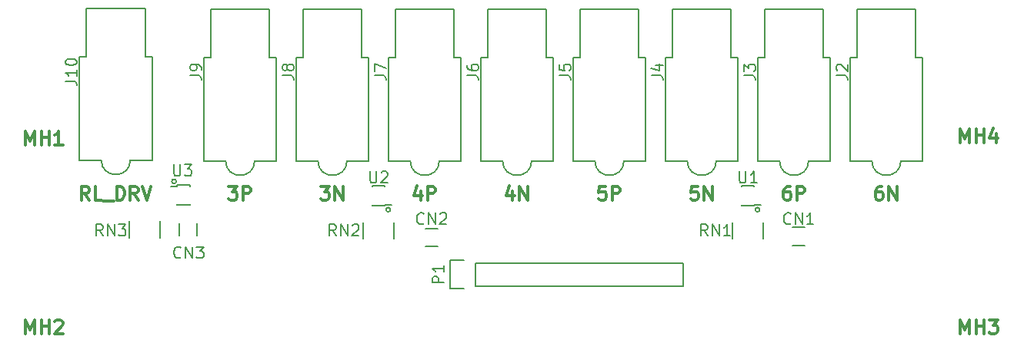
<source format=gbr>
G04 #@! TF.FileFunction,Legend,Top*
%FSLAX46Y46*%
G04 Gerber Fmt 4.6, Leading zero omitted, Abs format (unit mm)*
G04 Created by KiCad (PCBNEW 4.0.2-stable) date 19/05/2017 15:16:31*
%MOMM*%
G01*
G04 APERTURE LIST*
%ADD10C,0.100000*%
%ADD11C,0.300000*%
%ADD12C,0.150000*%
%ADD13C,0.127000*%
%ADD14C,0.200000*%
G04 APERTURE END LIST*
D10*
D11*
X193302000Y-60900571D02*
X193016286Y-60900571D01*
X192873429Y-60972000D01*
X192802000Y-61043429D01*
X192659143Y-61257714D01*
X192587714Y-61543429D01*
X192587714Y-62114857D01*
X192659143Y-62257714D01*
X192730571Y-62329143D01*
X192873429Y-62400571D01*
X193159143Y-62400571D01*
X193302000Y-62329143D01*
X193373429Y-62257714D01*
X193444857Y-62114857D01*
X193444857Y-61757714D01*
X193373429Y-61614857D01*
X193302000Y-61543429D01*
X193159143Y-61472000D01*
X192873429Y-61472000D01*
X192730571Y-61543429D01*
X192659143Y-61614857D01*
X192587714Y-61757714D01*
X194087714Y-62400571D02*
X194087714Y-60900571D01*
X194944857Y-62400571D01*
X194944857Y-60900571D01*
X183177715Y-60900571D02*
X182892001Y-60900571D01*
X182749144Y-60972000D01*
X182677715Y-61043429D01*
X182534858Y-61257714D01*
X182463429Y-61543429D01*
X182463429Y-62114857D01*
X182534858Y-62257714D01*
X182606286Y-62329143D01*
X182749144Y-62400571D01*
X183034858Y-62400571D01*
X183177715Y-62329143D01*
X183249144Y-62257714D01*
X183320572Y-62114857D01*
X183320572Y-61757714D01*
X183249144Y-61614857D01*
X183177715Y-61543429D01*
X183034858Y-61472000D01*
X182749144Y-61472000D01*
X182606286Y-61543429D01*
X182534858Y-61614857D01*
X182463429Y-61757714D01*
X183963429Y-62400571D02*
X183963429Y-60900571D01*
X184534857Y-60900571D01*
X184677715Y-60972000D01*
X184749143Y-61043429D01*
X184820572Y-61186286D01*
X184820572Y-61400571D01*
X184749143Y-61543429D01*
X184677715Y-61614857D01*
X184534857Y-61686286D01*
X183963429Y-61686286D01*
X173053429Y-60900571D02*
X172339143Y-60900571D01*
X172267714Y-61614857D01*
X172339143Y-61543429D01*
X172482000Y-61472000D01*
X172839143Y-61472000D01*
X172982000Y-61543429D01*
X173053429Y-61614857D01*
X173124857Y-61757714D01*
X173124857Y-62114857D01*
X173053429Y-62257714D01*
X172982000Y-62329143D01*
X172839143Y-62400571D01*
X172482000Y-62400571D01*
X172339143Y-62329143D01*
X172267714Y-62257714D01*
X173767714Y-62400571D02*
X173767714Y-60900571D01*
X174624857Y-62400571D01*
X174624857Y-60900571D01*
X162929144Y-60900571D02*
X162214858Y-60900571D01*
X162143429Y-61614857D01*
X162214858Y-61543429D01*
X162357715Y-61472000D01*
X162714858Y-61472000D01*
X162857715Y-61543429D01*
X162929144Y-61614857D01*
X163000572Y-61757714D01*
X163000572Y-62114857D01*
X162929144Y-62257714D01*
X162857715Y-62329143D01*
X162714858Y-62400571D01*
X162357715Y-62400571D01*
X162214858Y-62329143D01*
X162143429Y-62257714D01*
X163643429Y-62400571D02*
X163643429Y-60900571D01*
X164214857Y-60900571D01*
X164357715Y-60972000D01*
X164429143Y-61043429D01*
X164500572Y-61186286D01*
X164500572Y-61400571D01*
X164429143Y-61543429D01*
X164357715Y-61614857D01*
X164214857Y-61686286D01*
X163643429Y-61686286D01*
X152662000Y-61400571D02*
X152662000Y-62400571D01*
X152304857Y-60829143D02*
X151947714Y-61900571D01*
X152876286Y-61900571D01*
X153447714Y-62400571D02*
X153447714Y-60900571D01*
X154304857Y-62400571D01*
X154304857Y-60900571D01*
X142537715Y-61400571D02*
X142537715Y-62400571D01*
X142180572Y-60829143D02*
X141823429Y-61900571D01*
X142752001Y-61900571D01*
X143323429Y-62400571D02*
X143323429Y-60900571D01*
X143894857Y-60900571D01*
X144037715Y-60972000D01*
X144109143Y-61043429D01*
X144180572Y-61186286D01*
X144180572Y-61400571D01*
X144109143Y-61543429D01*
X144037715Y-61614857D01*
X143894857Y-61686286D01*
X143323429Y-61686286D01*
X131556286Y-60900571D02*
X132484857Y-60900571D01*
X131984857Y-61472000D01*
X132199143Y-61472000D01*
X132342000Y-61543429D01*
X132413429Y-61614857D01*
X132484857Y-61757714D01*
X132484857Y-62114857D01*
X132413429Y-62257714D01*
X132342000Y-62329143D01*
X132199143Y-62400571D01*
X131770571Y-62400571D01*
X131627714Y-62329143D01*
X131556286Y-62257714D01*
X133127714Y-62400571D02*
X133127714Y-60900571D01*
X133984857Y-62400571D01*
X133984857Y-60900571D01*
X121432001Y-60900571D02*
X122360572Y-60900571D01*
X121860572Y-61472000D01*
X122074858Y-61472000D01*
X122217715Y-61543429D01*
X122289144Y-61614857D01*
X122360572Y-61757714D01*
X122360572Y-62114857D01*
X122289144Y-62257714D01*
X122217715Y-62329143D01*
X122074858Y-62400571D01*
X121646286Y-62400571D01*
X121503429Y-62329143D01*
X121432001Y-62257714D01*
X123003429Y-62400571D02*
X123003429Y-60900571D01*
X123574857Y-60900571D01*
X123717715Y-60972000D01*
X123789143Y-61043429D01*
X123860572Y-61186286D01*
X123860572Y-61400571D01*
X123789143Y-61543429D01*
X123717715Y-61614857D01*
X123574857Y-61686286D01*
X123003429Y-61686286D01*
X106108858Y-62400571D02*
X105608858Y-61686286D01*
X105251715Y-62400571D02*
X105251715Y-60900571D01*
X105823143Y-60900571D01*
X105966001Y-60972000D01*
X106037429Y-61043429D01*
X106108858Y-61186286D01*
X106108858Y-61400571D01*
X106037429Y-61543429D01*
X105966001Y-61614857D01*
X105823143Y-61686286D01*
X105251715Y-61686286D01*
X107466001Y-62400571D02*
X106751715Y-62400571D01*
X106751715Y-60900571D01*
X107608858Y-62543429D02*
X108751715Y-62543429D01*
X109108858Y-62400571D02*
X109108858Y-60900571D01*
X109466001Y-60900571D01*
X109680286Y-60972000D01*
X109823144Y-61114857D01*
X109894572Y-61257714D01*
X109966001Y-61543429D01*
X109966001Y-61757714D01*
X109894572Y-62043429D01*
X109823144Y-62186286D01*
X109680286Y-62329143D01*
X109466001Y-62400571D01*
X109108858Y-62400571D01*
X111466001Y-62400571D02*
X110966001Y-61686286D01*
X110608858Y-62400571D02*
X110608858Y-60900571D01*
X111180286Y-60900571D01*
X111323144Y-60972000D01*
X111394572Y-61043429D01*
X111466001Y-61186286D01*
X111466001Y-61400571D01*
X111394572Y-61543429D01*
X111323144Y-61614857D01*
X111180286Y-61686286D01*
X110608858Y-61686286D01*
X111894572Y-60900571D02*
X112394572Y-62400571D01*
X112894572Y-60900571D01*
D12*
X148590000Y-69342000D02*
X171450000Y-69342000D01*
X171450000Y-69342000D02*
X171450000Y-71882000D01*
X171450000Y-71882000D02*
X148590000Y-71882000D01*
X145770000Y-69062000D02*
X147320000Y-69062000D01*
X148590000Y-69342000D02*
X148590000Y-71882000D01*
X147320000Y-72162000D02*
X145770000Y-72162000D01*
X145770000Y-72162000D02*
X145770000Y-69062000D01*
D13*
X176862740Y-66685160D02*
X176862740Y-64886840D01*
X180261260Y-66685160D02*
X180261260Y-64886840D01*
X136222740Y-66685160D02*
X136222740Y-64886840D01*
X139621260Y-66685160D02*
X139621260Y-64886840D01*
X110441740Y-66558160D02*
X110441740Y-64759840D01*
X113840260Y-66558160D02*
X113840260Y-64759840D01*
D12*
X179862000Y-63476000D02*
G75*
G03X179862000Y-63476000I-250000J0D01*
G01*
X179262000Y-63051000D02*
X177862000Y-63051000D01*
X179262000Y-60851000D02*
X177862000Y-60851000D01*
X179262000Y-63051000D02*
X179262000Y-62951000D01*
X177862000Y-63051000D02*
X177862000Y-62951000D01*
X179262000Y-60851000D02*
X179262000Y-60951000D01*
X177862000Y-60851000D02*
X177862000Y-60951000D01*
X179262000Y-62951000D02*
X179962000Y-62951000D01*
X179262000Y-62951000D02*
X179962000Y-62951000D01*
X177862000Y-60851000D02*
X177862000Y-60951000D01*
X179262000Y-60851000D02*
X179262000Y-60951000D01*
X177862000Y-63051000D02*
X177862000Y-62951000D01*
X179262000Y-63051000D02*
X179262000Y-62951000D01*
X179262000Y-60851000D02*
X177862000Y-60851000D01*
X179262000Y-63051000D02*
X177862000Y-63051000D01*
X139222000Y-63476000D02*
G75*
G03X139222000Y-63476000I-250000J0D01*
G01*
X138622000Y-63051000D02*
X137222000Y-63051000D01*
X138622000Y-60851000D02*
X137222000Y-60851000D01*
X138622000Y-63051000D02*
X138622000Y-62951000D01*
X137222000Y-63051000D02*
X137222000Y-62951000D01*
X138622000Y-60851000D02*
X138622000Y-60951000D01*
X137222000Y-60851000D02*
X137222000Y-60951000D01*
X138622000Y-62951000D02*
X139322000Y-62951000D01*
X138622000Y-62951000D02*
X139322000Y-62951000D01*
X137222000Y-60851000D02*
X137222000Y-60951000D01*
X138622000Y-60851000D02*
X138622000Y-60951000D01*
X137222000Y-63051000D02*
X137222000Y-62951000D01*
X138622000Y-63051000D02*
X138622000Y-62951000D01*
X138622000Y-60851000D02*
X137222000Y-60851000D01*
X138622000Y-63051000D02*
X137222000Y-63051000D01*
X143064000Y-67548000D02*
X144464000Y-67548000D01*
X144464000Y-65548000D02*
X143064000Y-65548000D01*
X183450000Y-67421000D02*
X184850000Y-67421000D01*
X184850000Y-65421000D02*
X183450000Y-65421000D01*
X115659000Y-60349000D02*
G75*
G03X115659000Y-60349000I-250000J0D01*
G01*
X115759000Y-60774000D02*
X117159000Y-60774000D01*
X115759000Y-62974000D02*
X117159000Y-62974000D01*
X115759000Y-60774000D02*
X115759000Y-60874000D01*
X117159000Y-60774000D02*
X117159000Y-60874000D01*
X115759000Y-62974000D02*
X115759000Y-62874000D01*
X117159000Y-62974000D02*
X117159000Y-62874000D01*
X115759000Y-60874000D02*
X115059000Y-60874000D01*
X115759000Y-60874000D02*
X115059000Y-60874000D01*
X117159000Y-62974000D02*
X117159000Y-62874000D01*
X115759000Y-62974000D02*
X115759000Y-62874000D01*
X117159000Y-60774000D02*
X117159000Y-60874000D01*
X115759000Y-60774000D02*
X115759000Y-60874000D01*
X115759000Y-62974000D02*
X117159000Y-62974000D01*
X115759000Y-60774000D02*
X117159000Y-60774000D01*
X117967000Y-66359000D02*
X117967000Y-64959000D01*
X115967000Y-64959000D02*
X115967000Y-66359000D01*
X105750000Y-46600000D02*
X105750000Y-41275000D01*
X105750000Y-41275000D02*
X112250000Y-41275000D01*
X112250000Y-46600000D02*
X112250000Y-41275000D01*
X113000000Y-58000000D02*
X110600000Y-58000000D01*
X105000000Y-58000000D02*
X107400000Y-58000000D01*
X105000000Y-46600000D02*
X105750000Y-46600000D01*
X113000000Y-58000000D02*
X113000000Y-46600000D01*
X105000000Y-46750000D02*
X105000000Y-46600000D01*
X105000000Y-58000000D02*
X105000000Y-46750000D01*
X112250000Y-46600000D02*
X113000000Y-46600000D01*
X107400000Y-58000000D02*
G75*
G03X110600000Y-58000000I1600000J0D01*
G01*
X119432000Y-46686000D02*
X119432000Y-41361000D01*
X119432000Y-41361000D02*
X125932000Y-41361000D01*
X125932000Y-46686000D02*
X125932000Y-41361000D01*
X126682000Y-58086000D02*
X124282000Y-58086000D01*
X118682000Y-58086000D02*
X121082000Y-58086000D01*
X118682000Y-46686000D02*
X119432000Y-46686000D01*
X126682000Y-58086000D02*
X126682000Y-46686000D01*
X118682000Y-46836000D02*
X118682000Y-46686000D01*
X118682000Y-58086000D02*
X118682000Y-46836000D01*
X125932000Y-46686000D02*
X126682000Y-46686000D01*
X121082000Y-58086000D02*
G75*
G03X124282000Y-58086000I1600000J0D01*
G01*
X129592000Y-46686000D02*
X129592000Y-41361000D01*
X129592000Y-41361000D02*
X136092000Y-41361000D01*
X136092000Y-46686000D02*
X136092000Y-41361000D01*
X136842000Y-58086000D02*
X134442000Y-58086000D01*
X128842000Y-58086000D02*
X131242000Y-58086000D01*
X128842000Y-46686000D02*
X129592000Y-46686000D01*
X136842000Y-58086000D02*
X136842000Y-46686000D01*
X128842000Y-46836000D02*
X128842000Y-46686000D01*
X128842000Y-58086000D02*
X128842000Y-46836000D01*
X136092000Y-46686000D02*
X136842000Y-46686000D01*
X131242000Y-58086000D02*
G75*
G03X134442000Y-58086000I1600000J0D01*
G01*
X139752000Y-46686000D02*
X139752000Y-41361000D01*
X139752000Y-41361000D02*
X146252000Y-41361000D01*
X146252000Y-46686000D02*
X146252000Y-41361000D01*
X147002000Y-58086000D02*
X144602000Y-58086000D01*
X139002000Y-58086000D02*
X141402000Y-58086000D01*
X139002000Y-46686000D02*
X139752000Y-46686000D01*
X147002000Y-58086000D02*
X147002000Y-46686000D01*
X139002000Y-46836000D02*
X139002000Y-46686000D01*
X139002000Y-58086000D02*
X139002000Y-46836000D01*
X146252000Y-46686000D02*
X147002000Y-46686000D01*
X141402000Y-58086000D02*
G75*
G03X144602000Y-58086000I1600000J0D01*
G01*
X149912000Y-46686000D02*
X149912000Y-41361000D01*
X149912000Y-41361000D02*
X156412000Y-41361000D01*
X156412000Y-46686000D02*
X156412000Y-41361000D01*
X157162000Y-58086000D02*
X154762000Y-58086000D01*
X149162000Y-58086000D02*
X151562000Y-58086000D01*
X149162000Y-46686000D02*
X149912000Y-46686000D01*
X157162000Y-58086000D02*
X157162000Y-46686000D01*
X149162000Y-46836000D02*
X149162000Y-46686000D01*
X149162000Y-58086000D02*
X149162000Y-46836000D01*
X156412000Y-46686000D02*
X157162000Y-46686000D01*
X151562000Y-58086000D02*
G75*
G03X154762000Y-58086000I1600000J0D01*
G01*
X160072000Y-46686000D02*
X160072000Y-41361000D01*
X160072000Y-41361000D02*
X166572000Y-41361000D01*
X166572000Y-46686000D02*
X166572000Y-41361000D01*
X167322000Y-58086000D02*
X164922000Y-58086000D01*
X159322000Y-58086000D02*
X161722000Y-58086000D01*
X159322000Y-46686000D02*
X160072000Y-46686000D01*
X167322000Y-58086000D02*
X167322000Y-46686000D01*
X159322000Y-46836000D02*
X159322000Y-46686000D01*
X159322000Y-58086000D02*
X159322000Y-46836000D01*
X166572000Y-46686000D02*
X167322000Y-46686000D01*
X161722000Y-58086000D02*
G75*
G03X164922000Y-58086000I1600000J0D01*
G01*
X170232000Y-46686000D02*
X170232000Y-41361000D01*
X170232000Y-41361000D02*
X176732000Y-41361000D01*
X176732000Y-46686000D02*
X176732000Y-41361000D01*
X177482000Y-58086000D02*
X175082000Y-58086000D01*
X169482000Y-58086000D02*
X171882000Y-58086000D01*
X169482000Y-46686000D02*
X170232000Y-46686000D01*
X177482000Y-58086000D02*
X177482000Y-46686000D01*
X169482000Y-46836000D02*
X169482000Y-46686000D01*
X169482000Y-58086000D02*
X169482000Y-46836000D01*
X176732000Y-46686000D02*
X177482000Y-46686000D01*
X171882000Y-58086000D02*
G75*
G03X175082000Y-58086000I1600000J0D01*
G01*
X180392000Y-46686000D02*
X180392000Y-41361000D01*
X180392000Y-41361000D02*
X186892000Y-41361000D01*
X186892000Y-46686000D02*
X186892000Y-41361000D01*
X187642000Y-58086000D02*
X185242000Y-58086000D01*
X179642000Y-58086000D02*
X182042000Y-58086000D01*
X179642000Y-46686000D02*
X180392000Y-46686000D01*
X187642000Y-58086000D02*
X187642000Y-46686000D01*
X179642000Y-46836000D02*
X179642000Y-46686000D01*
X179642000Y-58086000D02*
X179642000Y-46836000D01*
X186892000Y-46686000D02*
X187642000Y-46686000D01*
X182042000Y-58086000D02*
G75*
G03X185242000Y-58086000I1600000J0D01*
G01*
X190552000Y-46686000D02*
X190552000Y-41361000D01*
X190552000Y-41361000D02*
X197052000Y-41361000D01*
X197052000Y-46686000D02*
X197052000Y-41361000D01*
X197802000Y-58086000D02*
X195402000Y-58086000D01*
X189802000Y-58086000D02*
X192202000Y-58086000D01*
X189802000Y-46686000D02*
X190552000Y-46686000D01*
X197802000Y-58086000D02*
X197802000Y-46686000D01*
X189802000Y-46836000D02*
X189802000Y-46686000D01*
X189802000Y-58086000D02*
X189802000Y-46836000D01*
X197052000Y-46686000D02*
X197802000Y-46686000D01*
X192202000Y-58086000D02*
G75*
G03X195402000Y-58086000I1600000J0D01*
G01*
D14*
X145091476Y-71534619D02*
X143841476Y-71534619D01*
X143841476Y-71058428D01*
X143901000Y-70939381D01*
X143960524Y-70879857D01*
X144079571Y-70820333D01*
X144258143Y-70820333D01*
X144377190Y-70879857D01*
X144436714Y-70939381D01*
X144496238Y-71058428D01*
X144496238Y-71534619D01*
X145091476Y-69629857D02*
X145091476Y-70344143D01*
X145091476Y-69987000D02*
X143841476Y-69987000D01*
X144020048Y-70106048D01*
X144139095Y-70225095D01*
X144198619Y-70344143D01*
X174142905Y-66351476D02*
X173726238Y-65756238D01*
X173428619Y-66351476D02*
X173428619Y-65101476D01*
X173904810Y-65101476D01*
X174023857Y-65161000D01*
X174083381Y-65220524D01*
X174142905Y-65339571D01*
X174142905Y-65518143D01*
X174083381Y-65637190D01*
X174023857Y-65696714D01*
X173904810Y-65756238D01*
X173428619Y-65756238D01*
X174678619Y-66351476D02*
X174678619Y-65101476D01*
X175392905Y-66351476D01*
X175392905Y-65101476D01*
X176642905Y-66351476D02*
X175928619Y-66351476D01*
X176285762Y-66351476D02*
X176285762Y-65101476D01*
X176166714Y-65280048D01*
X176047667Y-65399095D01*
X175928619Y-65458619D01*
X133248905Y-66351476D02*
X132832238Y-65756238D01*
X132534619Y-66351476D02*
X132534619Y-65101476D01*
X133010810Y-65101476D01*
X133129857Y-65161000D01*
X133189381Y-65220524D01*
X133248905Y-65339571D01*
X133248905Y-65518143D01*
X133189381Y-65637190D01*
X133129857Y-65696714D01*
X133010810Y-65756238D01*
X132534619Y-65756238D01*
X133784619Y-66351476D02*
X133784619Y-65101476D01*
X134498905Y-66351476D01*
X134498905Y-65101476D01*
X135034619Y-65220524D02*
X135094143Y-65161000D01*
X135213191Y-65101476D01*
X135510810Y-65101476D01*
X135629857Y-65161000D01*
X135689381Y-65220524D01*
X135748905Y-65339571D01*
X135748905Y-65458619D01*
X135689381Y-65637190D01*
X134975095Y-66351476D01*
X135748905Y-66351476D01*
X107594905Y-66351476D02*
X107178238Y-65756238D01*
X106880619Y-66351476D02*
X106880619Y-65101476D01*
X107356810Y-65101476D01*
X107475857Y-65161000D01*
X107535381Y-65220524D01*
X107594905Y-65339571D01*
X107594905Y-65518143D01*
X107535381Y-65637190D01*
X107475857Y-65696714D01*
X107356810Y-65756238D01*
X106880619Y-65756238D01*
X108130619Y-66351476D02*
X108130619Y-65101476D01*
X108844905Y-66351476D01*
X108844905Y-65101476D01*
X109321095Y-65101476D02*
X110094905Y-65101476D01*
X109678238Y-65577667D01*
X109856810Y-65577667D01*
X109975857Y-65637190D01*
X110035381Y-65696714D01*
X110094905Y-65815762D01*
X110094905Y-66113381D01*
X110035381Y-66232429D01*
X109975857Y-66291952D01*
X109856810Y-66351476D01*
X109499667Y-66351476D01*
X109380619Y-66291952D01*
X109321095Y-66232429D01*
D11*
X99092000Y-56304571D02*
X99092000Y-54804571D01*
X99592000Y-55876000D01*
X100092000Y-54804571D01*
X100092000Y-56304571D01*
X100806286Y-56304571D02*
X100806286Y-54804571D01*
X100806286Y-55518857D02*
X101663429Y-55518857D01*
X101663429Y-56304571D02*
X101663429Y-54804571D01*
X103163429Y-56304571D02*
X102306286Y-56304571D01*
X102734858Y-56304571D02*
X102734858Y-54804571D01*
X102592001Y-55018857D01*
X102449143Y-55161714D01*
X102306286Y-55233143D01*
X99092000Y-77132571D02*
X99092000Y-75632571D01*
X99592000Y-76704000D01*
X100092000Y-75632571D01*
X100092000Y-77132571D01*
X100806286Y-77132571D02*
X100806286Y-75632571D01*
X100806286Y-76346857D02*
X101663429Y-76346857D01*
X101663429Y-77132571D02*
X101663429Y-75632571D01*
X102306286Y-75775429D02*
X102377715Y-75704000D01*
X102520572Y-75632571D01*
X102877715Y-75632571D01*
X103020572Y-75704000D01*
X103092001Y-75775429D01*
X103163429Y-75918286D01*
X103163429Y-76061143D01*
X103092001Y-76275429D01*
X102234858Y-77132571D01*
X103163429Y-77132571D01*
X201962000Y-77132571D02*
X201962000Y-75632571D01*
X202462000Y-76704000D01*
X202962000Y-75632571D01*
X202962000Y-77132571D01*
X203676286Y-77132571D02*
X203676286Y-75632571D01*
X203676286Y-76346857D02*
X204533429Y-76346857D01*
X204533429Y-77132571D02*
X204533429Y-75632571D01*
X205104858Y-75632571D02*
X206033429Y-75632571D01*
X205533429Y-76204000D01*
X205747715Y-76204000D01*
X205890572Y-76275429D01*
X205962001Y-76346857D01*
X206033429Y-76489714D01*
X206033429Y-76846857D01*
X205962001Y-76989714D01*
X205890572Y-77061143D01*
X205747715Y-77132571D01*
X205319143Y-77132571D01*
X205176286Y-77061143D01*
X205104858Y-76989714D01*
X201962000Y-56050571D02*
X201962000Y-54550571D01*
X202462000Y-55622000D01*
X202962000Y-54550571D01*
X202962000Y-56050571D01*
X203676286Y-56050571D02*
X203676286Y-54550571D01*
X203676286Y-55264857D02*
X204533429Y-55264857D01*
X204533429Y-56050571D02*
X204533429Y-54550571D01*
X205890572Y-55050571D02*
X205890572Y-56050571D01*
X205533429Y-54479143D02*
X205176286Y-55550571D01*
X206104858Y-55550571D01*
D14*
X177609619Y-59259476D02*
X177609619Y-60271381D01*
X177669143Y-60390429D01*
X177728667Y-60449952D01*
X177847714Y-60509476D01*
X178085810Y-60509476D01*
X178204857Y-60449952D01*
X178264381Y-60390429D01*
X178323905Y-60271381D01*
X178323905Y-59259476D01*
X179573905Y-60509476D02*
X178859619Y-60509476D01*
X179216762Y-60509476D02*
X179216762Y-59259476D01*
X179097714Y-59438048D01*
X178978667Y-59557095D01*
X178859619Y-59616619D01*
X136969619Y-59259476D02*
X136969619Y-60271381D01*
X137029143Y-60390429D01*
X137088667Y-60449952D01*
X137207714Y-60509476D01*
X137445810Y-60509476D01*
X137564857Y-60449952D01*
X137624381Y-60390429D01*
X137683905Y-60271381D01*
X137683905Y-59259476D01*
X138219619Y-59378524D02*
X138279143Y-59319000D01*
X138398191Y-59259476D01*
X138695810Y-59259476D01*
X138814857Y-59319000D01*
X138874381Y-59378524D01*
X138933905Y-59497571D01*
X138933905Y-59616619D01*
X138874381Y-59795190D01*
X138160095Y-60509476D01*
X138933905Y-60509476D01*
X142900905Y-64962429D02*
X142841381Y-65021952D01*
X142662810Y-65081476D01*
X142543762Y-65081476D01*
X142365190Y-65021952D01*
X142246143Y-64902905D01*
X142186619Y-64783857D01*
X142127095Y-64545762D01*
X142127095Y-64367190D01*
X142186619Y-64129095D01*
X142246143Y-64010048D01*
X142365190Y-63891000D01*
X142543762Y-63831476D01*
X142662810Y-63831476D01*
X142841381Y-63891000D01*
X142900905Y-63950524D01*
X143436619Y-65081476D02*
X143436619Y-63831476D01*
X144150905Y-65081476D01*
X144150905Y-63831476D01*
X144686619Y-63950524D02*
X144746143Y-63891000D01*
X144865191Y-63831476D01*
X145162810Y-63831476D01*
X145281857Y-63891000D01*
X145341381Y-63950524D01*
X145400905Y-64069571D01*
X145400905Y-64188619D01*
X145341381Y-64367190D01*
X144627095Y-65081476D01*
X145400905Y-65081476D01*
X183286905Y-64962429D02*
X183227381Y-65021952D01*
X183048810Y-65081476D01*
X182929762Y-65081476D01*
X182751190Y-65021952D01*
X182632143Y-64902905D01*
X182572619Y-64783857D01*
X182513095Y-64545762D01*
X182513095Y-64367190D01*
X182572619Y-64129095D01*
X182632143Y-64010048D01*
X182751190Y-63891000D01*
X182929762Y-63831476D01*
X183048810Y-63831476D01*
X183227381Y-63891000D01*
X183286905Y-63950524D01*
X183822619Y-65081476D02*
X183822619Y-63831476D01*
X184536905Y-65081476D01*
X184536905Y-63831476D01*
X185786905Y-65081476D02*
X185072619Y-65081476D01*
X185429762Y-65081476D02*
X185429762Y-63831476D01*
X185310714Y-64010048D01*
X185191667Y-64129095D01*
X185072619Y-64188619D01*
X115379619Y-58497476D02*
X115379619Y-59509381D01*
X115439143Y-59628429D01*
X115498667Y-59687952D01*
X115617714Y-59747476D01*
X115855810Y-59747476D01*
X115974857Y-59687952D01*
X116034381Y-59628429D01*
X116093905Y-59509381D01*
X116093905Y-58497476D01*
X116570095Y-58497476D02*
X117343905Y-58497476D01*
X116927238Y-58973667D01*
X117105810Y-58973667D01*
X117224857Y-59033190D01*
X117284381Y-59092714D01*
X117343905Y-59211762D01*
X117343905Y-59509381D01*
X117284381Y-59628429D01*
X117224857Y-59687952D01*
X117105810Y-59747476D01*
X116748667Y-59747476D01*
X116629619Y-59687952D01*
X116570095Y-59628429D01*
X116161905Y-68696429D02*
X116102381Y-68755952D01*
X115923810Y-68815476D01*
X115804762Y-68815476D01*
X115626190Y-68755952D01*
X115507143Y-68636905D01*
X115447619Y-68517857D01*
X115388095Y-68279762D01*
X115388095Y-68101190D01*
X115447619Y-67863095D01*
X115507143Y-67744048D01*
X115626190Y-67625000D01*
X115804762Y-67565476D01*
X115923810Y-67565476D01*
X116102381Y-67625000D01*
X116161905Y-67684524D01*
X116697619Y-68815476D02*
X116697619Y-67565476D01*
X117411905Y-68815476D01*
X117411905Y-67565476D01*
X117888095Y-67565476D02*
X118661905Y-67565476D01*
X118245238Y-68041667D01*
X118423810Y-68041667D01*
X118542857Y-68101190D01*
X118602381Y-68160714D01*
X118661905Y-68279762D01*
X118661905Y-68577381D01*
X118602381Y-68696429D01*
X118542857Y-68755952D01*
X118423810Y-68815476D01*
X118066667Y-68815476D01*
X117947619Y-68755952D01*
X117888095Y-68696429D01*
X103455476Y-49271904D02*
X104348333Y-49271904D01*
X104526905Y-49331428D01*
X104645952Y-49450476D01*
X104705476Y-49629047D01*
X104705476Y-49748095D01*
X104705476Y-48021904D02*
X104705476Y-48736190D01*
X104705476Y-48379047D02*
X103455476Y-48379047D01*
X103634048Y-48498095D01*
X103753095Y-48617142D01*
X103812619Y-48736190D01*
X103455476Y-47248095D02*
X103455476Y-47129047D01*
X103515000Y-47009999D01*
X103574524Y-46950476D01*
X103693571Y-46890952D01*
X103931667Y-46831428D01*
X104229286Y-46831428D01*
X104467381Y-46890952D01*
X104586429Y-46950476D01*
X104645952Y-47009999D01*
X104705476Y-47129047D01*
X104705476Y-47248095D01*
X104645952Y-47367142D01*
X104586429Y-47426666D01*
X104467381Y-47486190D01*
X104229286Y-47545714D01*
X103931667Y-47545714D01*
X103693571Y-47486190D01*
X103574524Y-47426666D01*
X103515000Y-47367142D01*
X103455476Y-47248095D01*
X117171476Y-48676666D02*
X118064333Y-48676666D01*
X118242905Y-48736190D01*
X118361952Y-48855238D01*
X118421476Y-49033809D01*
X118421476Y-49152857D01*
X118421476Y-48021904D02*
X118421476Y-47783809D01*
X118361952Y-47664761D01*
X118302429Y-47605237D01*
X118123857Y-47486190D01*
X117885762Y-47426666D01*
X117409571Y-47426666D01*
X117290524Y-47486190D01*
X117231000Y-47545714D01*
X117171476Y-47664761D01*
X117171476Y-47902857D01*
X117231000Y-48021904D01*
X117290524Y-48081428D01*
X117409571Y-48140952D01*
X117707190Y-48140952D01*
X117826238Y-48081428D01*
X117885762Y-48021904D01*
X117945286Y-47902857D01*
X117945286Y-47664761D01*
X117885762Y-47545714D01*
X117826238Y-47486190D01*
X117707190Y-47426666D01*
X127331476Y-48676666D02*
X128224333Y-48676666D01*
X128402905Y-48736190D01*
X128521952Y-48855238D01*
X128581476Y-49033809D01*
X128581476Y-49152857D01*
X127867190Y-47902857D02*
X127807667Y-48021904D01*
X127748143Y-48081428D01*
X127629095Y-48140952D01*
X127569571Y-48140952D01*
X127450524Y-48081428D01*
X127391000Y-48021904D01*
X127331476Y-47902857D01*
X127331476Y-47664761D01*
X127391000Y-47545714D01*
X127450524Y-47486190D01*
X127569571Y-47426666D01*
X127629095Y-47426666D01*
X127748143Y-47486190D01*
X127807667Y-47545714D01*
X127867190Y-47664761D01*
X127867190Y-47902857D01*
X127926714Y-48021904D01*
X127986238Y-48081428D01*
X128105286Y-48140952D01*
X128343381Y-48140952D01*
X128462429Y-48081428D01*
X128521952Y-48021904D01*
X128581476Y-47902857D01*
X128581476Y-47664761D01*
X128521952Y-47545714D01*
X128462429Y-47486190D01*
X128343381Y-47426666D01*
X128105286Y-47426666D01*
X127986238Y-47486190D01*
X127926714Y-47545714D01*
X127867190Y-47664761D01*
X137491476Y-48676666D02*
X138384333Y-48676666D01*
X138562905Y-48736190D01*
X138681952Y-48855238D01*
X138741476Y-49033809D01*
X138741476Y-49152857D01*
X137491476Y-48200476D02*
X137491476Y-47367142D01*
X138741476Y-47902857D01*
X147651476Y-48676666D02*
X148544333Y-48676666D01*
X148722905Y-48736190D01*
X148841952Y-48855238D01*
X148901476Y-49033809D01*
X148901476Y-49152857D01*
X147651476Y-47545714D02*
X147651476Y-47783809D01*
X147711000Y-47902857D01*
X147770524Y-47962380D01*
X147949095Y-48081428D01*
X148187190Y-48140952D01*
X148663381Y-48140952D01*
X148782429Y-48081428D01*
X148841952Y-48021904D01*
X148901476Y-47902857D01*
X148901476Y-47664761D01*
X148841952Y-47545714D01*
X148782429Y-47486190D01*
X148663381Y-47426666D01*
X148365762Y-47426666D01*
X148246714Y-47486190D01*
X148187190Y-47545714D01*
X148127667Y-47664761D01*
X148127667Y-47902857D01*
X148187190Y-48021904D01*
X148246714Y-48081428D01*
X148365762Y-48140952D01*
X157811476Y-48676666D02*
X158704333Y-48676666D01*
X158882905Y-48736190D01*
X159001952Y-48855238D01*
X159061476Y-49033809D01*
X159061476Y-49152857D01*
X157811476Y-47486190D02*
X157811476Y-48081428D01*
X158406714Y-48140952D01*
X158347190Y-48081428D01*
X158287667Y-47962380D01*
X158287667Y-47664761D01*
X158347190Y-47545714D01*
X158406714Y-47486190D01*
X158525762Y-47426666D01*
X158823381Y-47426666D01*
X158942429Y-47486190D01*
X159001952Y-47545714D01*
X159061476Y-47664761D01*
X159061476Y-47962380D01*
X159001952Y-48081428D01*
X158942429Y-48140952D01*
X167971476Y-48676666D02*
X168864333Y-48676666D01*
X169042905Y-48736190D01*
X169161952Y-48855238D01*
X169221476Y-49033809D01*
X169221476Y-49152857D01*
X168388143Y-47545714D02*
X169221476Y-47545714D01*
X167911952Y-47843333D02*
X168804810Y-48140952D01*
X168804810Y-47367142D01*
X178131476Y-48676666D02*
X179024333Y-48676666D01*
X179202905Y-48736190D01*
X179321952Y-48855238D01*
X179381476Y-49033809D01*
X179381476Y-49152857D01*
X178131476Y-48200476D02*
X178131476Y-47426666D01*
X178607667Y-47843333D01*
X178607667Y-47664761D01*
X178667190Y-47545714D01*
X178726714Y-47486190D01*
X178845762Y-47426666D01*
X179143381Y-47426666D01*
X179262429Y-47486190D01*
X179321952Y-47545714D01*
X179381476Y-47664761D01*
X179381476Y-48021904D01*
X179321952Y-48140952D01*
X179262429Y-48200476D01*
X188291476Y-48676666D02*
X189184333Y-48676666D01*
X189362905Y-48736190D01*
X189481952Y-48855238D01*
X189541476Y-49033809D01*
X189541476Y-49152857D01*
X188410524Y-48140952D02*
X188351000Y-48081428D01*
X188291476Y-47962380D01*
X188291476Y-47664761D01*
X188351000Y-47545714D01*
X188410524Y-47486190D01*
X188529571Y-47426666D01*
X188648619Y-47426666D01*
X188827190Y-47486190D01*
X189541476Y-48200476D01*
X189541476Y-47426666D01*
M02*

</source>
